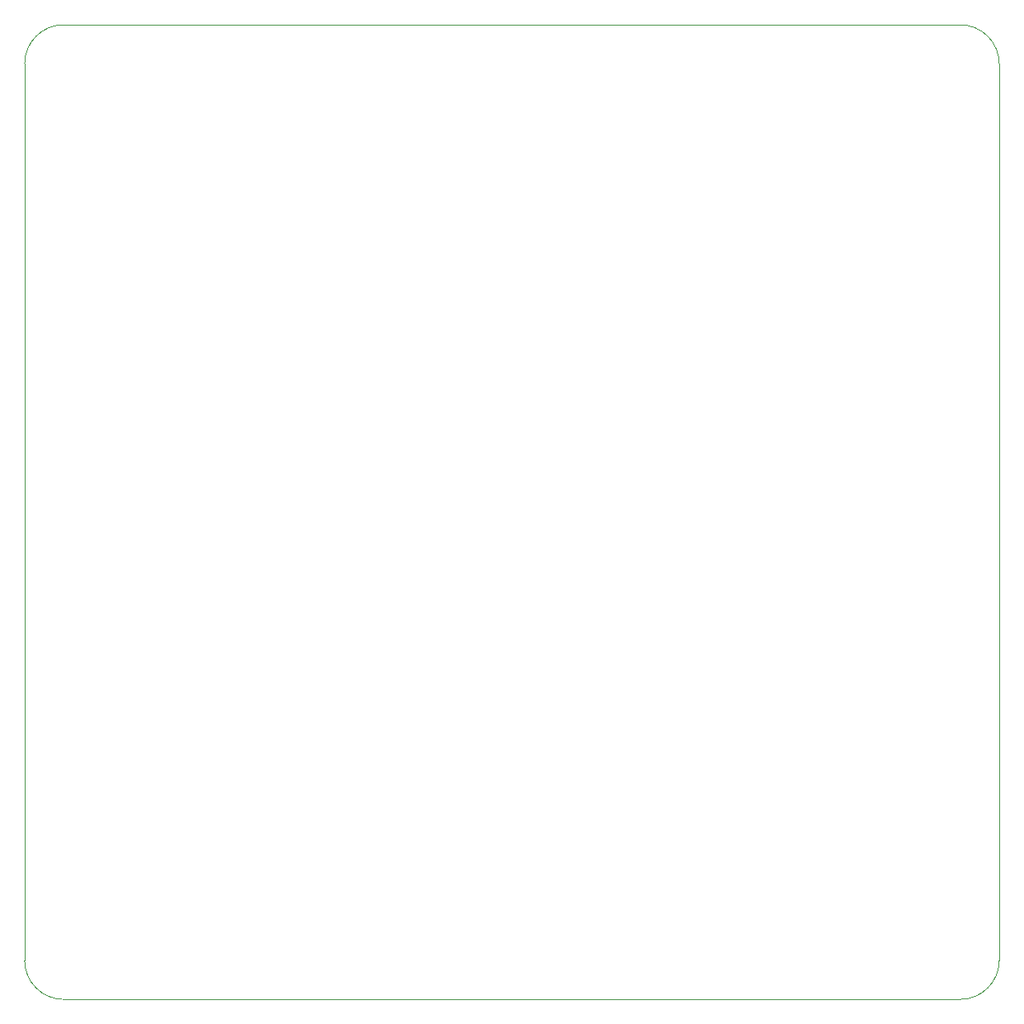
<source format=gbr>
%TF.GenerationSoftware,KiCad,Pcbnew,(6.0.10)*%
%TF.CreationDate,2023-02-20T13:08:26-05:00*%
%TF.ProjectId,ModularPreamp,4d6f6475-6c61-4725-9072-65616d702e6b,rev?*%
%TF.SameCoordinates,Original*%
%TF.FileFunction,Profile,NP*%
%FSLAX46Y46*%
G04 Gerber Fmt 4.6, Leading zero omitted, Abs format (unit mm)*
G04 Created by KiCad (PCBNEW (6.0.10)) date 2023-02-20 13:08:26*
%MOMM*%
%LPD*%
G01*
G04 APERTURE LIST*
%TA.AperFunction,Profile*%
%ADD10C,0.050000*%
%TD*%
G04 APERTURE END LIST*
D10*
X85000000Y-24000000D02*
X85000000Y-116000000D01*
X181000000Y-120000000D02*
G75*
G03*
X185000000Y-116000000I0J4000000D01*
G01*
X89000000Y-20000000D02*
G75*
G03*
X85000000Y-24000000I0J-4000000D01*
G01*
X185000000Y-24000000D02*
G75*
G03*
X181000000Y-20000000I-4000000J0D01*
G01*
X185000000Y-116000000D02*
X185000000Y-24000000D01*
X85000000Y-116000000D02*
G75*
G03*
X89000000Y-120000000I4000000J0D01*
G01*
X89000000Y-120000000D02*
X181000000Y-120000000D01*
X181000000Y-20000000D02*
X89000000Y-20000000D01*
M02*

</source>
